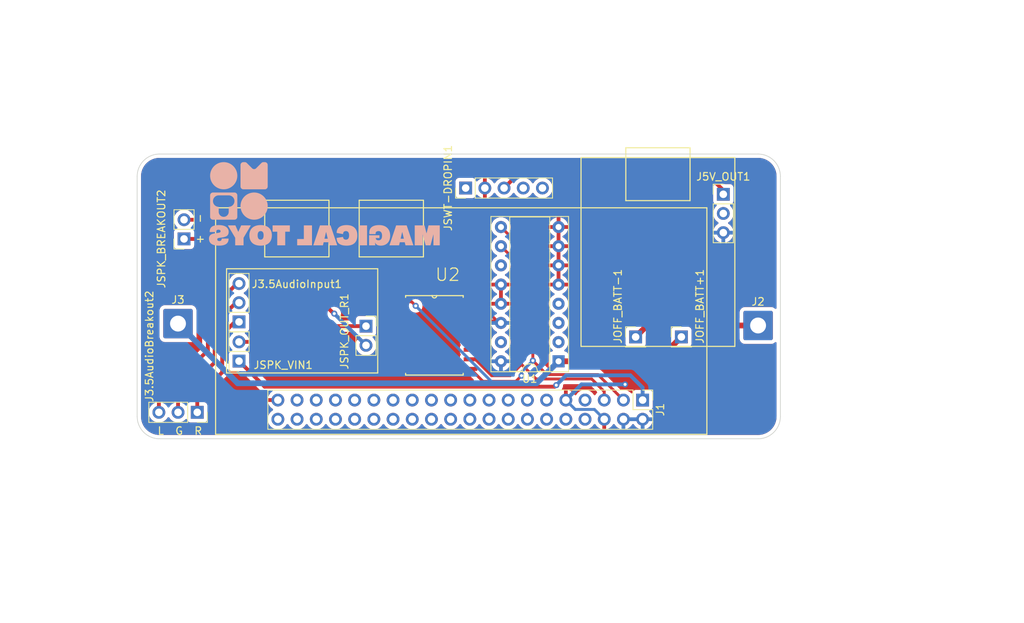
<source format=kicad_pcb>
(kicad_pcb (version 20221018) (generator pcbnew)
  (layers (0 "F.Cu" signal) (31 "B.Cu" signal) (34 "B.Paste" user) (35 "F.Paste" user) (36 "B.SilkS" user "B.Silkscreen") (37 "F.SilkS" user "F.Silkscreen") (38 "B.Mask" user) (39 "F.Mask" user) (44 "Edge.Cuts" user))
  (net 0 "")
  (net 1 "+3.3V")
  (net 2 "+5V")
  (net 3 "/ADC-SDA")
  (net 4 "/ADC-SCL")
  (net 5 "GND")
  (net 38 "/AudioR")
  (net 39 "/AudioG")
  (net 40 "/AudioL")
  (net 41 "/VBAT+")
  (net 42 "/VBAT-")
  (net 43 "/SPK+_V1")
  (net 44 "/SPK-_V2")
  (net 50 "Net-(J5V_OUT1-Pin_1)")
  (footprint "Connector_PinHeader_2.54mm:PinHeader_2x20_P2.54mm_Vertical" (layer "F.Cu") (at 177.525 111.475 -90)
    (fp_text reference "J1")
    (fp_text value "Conn_02x20_Odd_Even")
  )
  (footprint "footprints:SOIC127P1032X265-16N" (layer "F.Cu") (at 149.9752 102.905)
    (fp_text reference "U2")
    (fp_text value "PCF8591")
  )
  (footprint "Connector_PinHeader_2.54mm:PinHeader_1x03_P2.54mm_Vertical" (layer "F.Cu") (at 188.2 84.225)
    (fp_text reference "J5V_OUT1")
    (fp_text value "Conn_01x03_Pin")
  )
  (footprint "Connector_PinSocket_2.54mm:PinSocket_1x03_P2.54mm_Vertical" (layer "F.Cu") (at 118.6 113.1 -90)
    (fp_text reference "J3.5AudioBreakout2")
    (fp_text value "Conn_01x03_Pin")
  )
  (footprint "Connector_PinSocket_2.54mm:PinSocket_1x03_P2.54mm_Vertical" (layer "F.Cu") (at 124.125 101.125 180)
    (fp_text reference "J3.5AudioInput1")
    (fp_text value "Conn_01x03_Pin")
  )
  (footprint "Connector_PinSocket_2.54mm:PinSocket_1x02_P2.54mm_Vertical" (layer "F.Cu") (at 124.124997 106.311999 180)
    (fp_text reference "JSPK_VIN1")
    (fp_text value "Conn_01x02_Pin")
  )
  (footprint "Connector_PinSocket_2.54mm:PinSocket_1x02_P2.54mm_Vertical" (layer "F.Cu") (at 116.85 90.137998 180)
    (fp_text reference "JSPK_BREAKOUT2")
    (fp_text value "Conn_01x02_Pin")
  )
  (footprint "Connector_PinHeader_2.54mm:PinHeader_1x01_P2.54mm_Vertical" (layer "F.Cu") (at 176.6 103.115)
    (fp_text reference "JOFF_BATT-1")
    (fp_text value "Conn_01x01_Pin")
  )
  (footprint "Connector_Wire:SolderWire-1.5sqmm_1x01_D1.7mm_OD3.9mm" (layer "F.Cu") (at 192.8 101.6)
    (fp_text reference "J2")
    (fp_text value "Conn_01x01_Pin")
  )
  (footprint "Connector_PinSocket_2.54mm:PinSocket_1x02_P2.54mm_Vertical" (layer "F.Cu") (at 140.925 101.685)
    (fp_text reference "JSPK_OUT_R1")
    (fp_text value "Conn_01x02_Pin")
  )
  (footprint "Connector_PinHeader_2.54mm:PinHeader_1x01_P2.54mm_Vertical" (layer "F.Cu") (at 182.65 103.115)
    (fp_text reference "JOFF_BATT+1")
    (fp_text value "Conn_01x01_Pin")
  )
  (footprint "Package_DIP:DIP-16_W7.62mm_Socket" (layer "F.Cu") (at 166.4 106.34 180)
    (fp_text reference "U1")
    (fp_text value "PCF8591")
  )
  (footprint "Connector_PinHeader_2.54mm:PinHeader_1x05_P2.54mm_Vertical" (layer "F.Cu") (at 154.11 83.4 90)
    (fp_text reference "JSWT-DROPIN1")
    (fp_text value "Conn_01x05_Pin")
  )
  (footprint "Connector_Wire:SolderWire-1.5sqmm_1x01_D1.7mm_OD3.9mm" (layer "F.Cu") (at 116.05 101.35)
    (fp_text reference "J3")
    (fp_text value "Conn_01x01_Pin")
  )
  (gr_poly (pts (xy 120.659086 83.991203) (xy 120.639851 83.992666) (xy 120.620895 83.995075) (xy 120.602243 83.998406) (xy 120.583918 84.002635) (xy 120.565944 84.007739) (xy 120.548344 84.013694) (xy 120.531144 84.020476) (xy 120.514365 84.028061) (xy 120.498033 84.036425) (xy 120.482171 84.045546) (xy 120.466803 84.055398) (xy 120.451952 84.065958) (xy 120.437643 84.077202) (xy 120.423899 84.089107) (xy 120.410744 84.101649) (xy 120.398202 84.114804) (xy 120.386297 84.128547) (xy 120.375052 84.142856) (xy 120.364491 84.157707) (xy 120.354639 84.173075) (xy 120.345518 84.188937) (xy 120.337153 84.205269) (xy 120.329567 84.222048) (xy 120.322785 84.239249) (xy 120.31683 84.256848) (xy 120.311726 84.274823) (xy 120.307496 84.293149) (xy 120.304165 84.311802) (xy 120.301756 84.330759) (xy 120.300293 84.349996) (xy 120.2998 84.369488) (xy 120.2998 87.210335) (xy 120.300293 87.229827) (xy 120.301756 87.249064) (xy 120.304165 87.268021) (xy 120.307496 87.286674) (xy 120.311726 87.305) (xy 120.31683 87.322975) (xy 120.322785 87.340574) (xy 120.329567 87.357775) (xy 120.337153 87.374554) (xy 120.345518 87.390886) (xy 120.354639 87.406748) (xy 120.364491 87.422116) (xy 120.375052 87.436967) (xy 120.386297 87.451276) (xy 120.398202 87.465019) (xy 120.410744 87.478174) (xy 120.423899 87.490716) (xy 120.437643 87.502621) (xy 120.451952 87.513865) (xy 120.466803 87.524425) (xy 120.482171 87.534277) (xy 120.498033 87.543398) (xy 120.514365 87.551762) (xy 120.531144 87.559347) (xy 120.548344 87.566129) (xy 120.565944 87.572084) (xy 120.583918 87.577188) (xy 120.602243 87.581417) (xy 120.620895 87.584748) (xy 120.639851 87.587157) (xy 120.659086 87.588619) (xy 120.678577 87.589112) (xy 123.51944 87.589112) (xy 123.538931 87.588619) (xy 123.558167 87.587157) (xy 123.577123 87.584748) (xy 123.595775 87.581417) (xy 123.6141 87.577188) (xy 123.632074 87.572084) (xy 123.649673 87.566129) (xy 123.666874 87.559347) (xy 123.683652 87.551762) (xy 123.699985 87.543398) (xy 123.715847 87.534277) (xy 123.731215 87.524425) (xy 123.746065 87.513865) (xy 123.760375 87.502621) (xy 123.774118 87.490716) (xy 123.787273 87.478174) (xy 123.799815 87.465019) (xy 123.811721 87.451276) (xy 123.822966 87.436967) (xy 123.833526 87.422116) (xy 123.843379 87.406748) (xy 123.8525 87.390886) (xy 123.860865 87.374554) (xy 123.86845 87.357775) (xy 123.875233 87.340574) (xy 123.881188 87.322975) (xy 123.886292 87.305) (xy 123.890522 87.286674) (xy 123.893853 87.268021) (xy 123.896262 87.249064) (xy 123.897725 87.229827) (xy 123.898218 87.210335) (xy 123.898218 85.127043) (xy 123.51944 85.127043) (xy 123.518455 85.166027) (xy 123.515529 85.204499) (xy 123.510712 85.242411) (xy 123.504049 85.279717) (xy 123.49559 85.316368) (xy 123.485382 85.352317) (xy 123.473472 85.387516) (xy 123.459908 85.421917) (xy 123.444737 85.455474) (xy 123.428007 85.488139) (xy 123.409766 85.519863) (xy 123.390061 85.550599) (xy 123.36894 85.5803) (xy 123.34645 85.608918) (xy 123.322639 85.636406) (xy 123.297555 85.662715) (xy 123.271246 85.687799) (xy 123.243758 85.711609) (xy 123.215139 85.734099) (xy 123.185437 85.75522) (xy 123.1547 85.774924) (xy 123.122976 85.793165) (xy 123.090311 85.809895) (xy 123.056753 85.825066) (xy 123.02235 85.83863) (xy 122.98715 85.85054) (xy 122.9512 85.860748) (xy 122.914548 85.869208) (xy 122.877242 85.87587) (xy 122.839328 85.880687) (xy 122.800855 85.883613) (xy 122.761869 85.884598) (xy 122.761869 86.547475) (xy 122.761007 86.581586) (xy 122.758447 86.615249) (xy 122.754232 86.648423) (xy 122.748403 86.681066) (xy 122.741001 86.713135) (xy 122.732069 86.744591) (xy 122.721648 86.77539) (xy 122.709779 86.805492) (xy 122.696505 86.834854) (xy 122.681867 86.863435) (xy 122.665906 86.891194) (xy 122.648665 86.918088) (xy 122.630184 86.944077) (xy 122.610506 86.969117) (xy 122.589672 86.993169) (xy 122.567724 87.016189) (xy 122.544704 87.038138) (xy 122.520652 87.058971) (xy 122.495611 87.078649) (xy 122.469623 87.09713) (xy 122.442729 87.114371) (xy 122.41497 87.130332) (xy 122.386389 87.14497) (xy 122.357027 87.158245) (xy 122.326925 87.170113) (xy 122.296125 87.180534) (xy 122.26467 87.189466) (xy 122.2326 87.196868) (xy 122.199957 87.202697) (xy 122.166783 87.206912) (xy 122.13312 87.209472) (xy 122.099009 87.210335) (xy 122.064898 87.209472) (xy 122.031234 87.206912) (xy 121.99806 87.202697) (xy 121.965418 87.196868) (xy 121.933348 87.189466) (xy 121.901892 87.180534) (xy 121.871093 87.170113) (xy 121.840991 87.158245) (xy 121.811629 87.14497) (xy 121.783048 87.130332) (xy 121.755289 87.114371) (xy 121.728395 87.09713) (xy 121.702407 87.078649) (xy 121.677366 87.058971) (xy 121.653314 87.038138) (xy 121.630294 87.016189) (xy 121.608346 86.993169) (xy 121.587512 86.969117) (xy 121.567834 86.944077) (xy 121.549353 86.918088) (xy 121.532112 86.891194) (xy 121.516151 86.863435) (xy 121.501513 86.834854) (xy 121.488239 86.805492) (xy 121.47637 86.77539) (xy 121.465949 86.744591) (xy 121.457017 86.713135) (xy 121.449615 86.681066) (xy 121.443786 86.648423) (xy 121.439571 86.615249) (xy 121.437011 86.581586) (xy 121.436149 86.547475) (xy 121.436149 85.884598) (xy 121.397164 85.883613) (xy 121.35869 85.880687) (xy 121.320777 85.87587) (xy 121.28347 85.869208) (xy 121.246818 85.860748) (xy 121.210868 85.85054) (xy 121.175668 85.83863) (xy 121.141265 85.825066) (xy 121.107707 85.809895) (xy 121.075042 85.793165) (xy 121.043317 85.774924) (xy 121.01258 85.75522) (xy 120.982879 85.734099) (xy 120.95426 85.711609) (xy 120.926772 85.687799) (xy 120.900462 85.662715) (xy 120.875378 85.636406) (xy 120.851568 85.608918) (xy 120.829078 85.5803) (xy 120.807957 85.550599) (xy 120.788252 85.519863) (xy 120.770011 85.488139) (xy 120.753281 85.455474) (xy 120.73811 85.421917) (xy 120.724546 85.387516) (xy 120.712636 85.352317) (xy 120.702427 85.316368) (xy 120.693968 85.279717) (xy 120.687306 85.242411) (xy 120.682488 85.204499) (xy 120.679563 85.166027) (xy 120.678577 85.127043) (xy 120.679563 85.088059) (xy 120.682488 85.049588) (xy 120.687306 85.011675) (xy 120.693968 84.974369) (xy 120.702427 84.937718) (xy 120.712636 84.90177) (xy 120.724546 84.86657) (xy 120.73811 84.832169) (xy 120.753281 84.798612) (xy 120.770011 84.765948) (xy 120.788252 84.734224) (xy 120.807957 84.703487) (xy 120.829078 84.673786) (xy 120.851568 84.645168) (xy 120.875378 84.61768) (xy 120.900462 84.591371) (xy 120.926772 84.566287) (xy 120.95426 84.542477) (xy 120.982879 84.519988) (xy 121.01258 84.498867) (xy 121.043317 84.479162) (xy 121.075042 84.460921) (xy 121.107707 84.444191) (xy 121.141265 84.429021) (xy 121.175668 84.415456) (xy 121.210868 84.403546) (xy 121.246818 84.393338) (xy 121.28347 84.384879) (xy 121.320777 84.378217) (xy 121.35869 84.373399) (xy 121.397164 84.370474) (xy 121.436149 84.369488) (xy 122.761869 84.369488) (xy 122.800855 84.370474) (xy 122.839328 84.373399) (xy 122.877242 84.378217) (xy 122.914548 84.384879) (xy 122.9512 84.393338) (xy 122.98715 84.403546) (xy 123.02235 84.415456) (xy 123.056753 84.429021) (xy 123.090311 84.444191) (xy 123.122976 84.460921) (xy 123.1547 84.479162) (xy 123.185437 84.498867) (xy 123.215139 84.519988) (xy 123.243758 84.542477) (xy 123.271246 84.566287) (xy 123.297555 84.591371) (xy 123.322639 84.61768) (xy 123.34645 84.645168) (xy 123.36894 84.673786) (xy 123.390061 84.703487) (xy 123.409766 84.734224) (xy 123.428007 84.765948) (xy 123.444737 84.798612) (xy 123.459908 84.832169) (xy 123.473472 84.86657) (xy 123.485382 84.90177) (xy 123.49559 84.937718) (xy 123.504049 84.974369) (xy 123.510712 85.011675) (xy 123.515529 85.049588) (xy 123.518455 85.088059) (xy 123.51944 85.127043) (xy 123.898218 85.127043) (xy 123.898218 84.369488) (xy 123.897725 84.349996) (xy 123.896262 84.330759) (xy 123.893853 84.311802) (xy 123.890522 84.293149) (xy 123.886292 84.274823) (xy 123.881188 84.256848) (xy 123.875233 84.239249) (xy 123.86845 84.222048) (xy 123.860865 84.205269) (xy 123.8525 84.188937) (xy 123.843379 84.173075) (xy 123.833526 84.157707) (xy 123.822966 84.142856) (xy 123.811721 84.128547) (xy 123.799815 84.114804) (xy 123.787273 84.101649) (xy 123.774118 84.089107) (xy 123.760375 84.077202) (xy 123.746065 84.065958) (xy 123.731215 84.055398) (xy 123.715847 84.045546) (xy 123.699985 84.036425) (xy 123.683652 84.028061) (xy 123.666874 84.020476) (xy 123.649673 84.013694) (xy 123.632074 84.007739) (xy 123.6141 84.002635) (xy 123.595775 83.998406) (xy 123.577123 83.995075) (xy 123.558167 83.992666) (xy 123.538931 83.991203) (xy 123.51944 83.99071) (xy 120.678577 83.99071)) (fill solid) (layer "B.SilkS"))
  (gr_poly (pts (xy 132.700534 90.150554) (xy 131.817486 90.150554) (xy 131.817486 90.985437) (xy 133.780192 90.985437) (xy 133.780192 88.344334) (xy 132.700534 88.344334)) (fill solid) (layer "B.SilkS"))
  (gr_poly (pts (xy 124.030482 89.195292) (xy 124.022464 89.195292) (xy 123.645196 88.344334) (xy 122.645705 88.344334) (xy 123.617096 89.986034) (xy 123.617096 90.985508) (xy 124.724934 90.985508) (xy 124.724934 89.986034) (xy 125.692278 88.344334) (xy 124.411799 88.344334)) (fill solid) (layer "B.SilkS"))
  (gr_poly (pts (xy 128.566604 89.179211) (xy 129.180728 89.179211) (xy 129.180728 90.985437) (xy 130.236336 90.985437) (xy 130.236336 89.179211) (xy 130.85046 89.179211) (xy 130.85046 88.344334) (xy 128.566604 88.344334)) (fill solid) (layer "B.SilkS"))
  (gr_poly (pts (xy 148.936586 89.4) (xy 148.928561 89.4) (xy 148.663639 88.344334) (xy 147.371152 88.344334) (xy 147.371152 90.985508) (xy 148.426816 90.985508) (xy 148.414774 89.540486) (xy 148.422807 89.540486) (xy 148.816174 90.985508) (xy 149.458397 90.985508) (xy 149.847755 89.540486) (xy 149.85578 89.540486) (xy 149.843739 90.985508) (xy 150.686668 90.985508) (xy 150.686668 88.344334) (xy 149.197491 88.344334)) (fill solid) (layer "B.SilkS"))
  (gr_poly (pts (xy 142.50105 88.308839) (xy 142.34512 88.322707) (xy 142.271904 88.332978) (xy 142.201809 88.345419) (xy 142.134799 88.359988) (xy 142.07084 88.376645) (xy 142.009897 88.395347) (xy 141.951937 88.416055) (xy 141.896923 88.438727) (xy 141.844823 88.463321) (xy 141.7956 88.489797) (xy 141.749222 88.518113) (xy 141.705652 88.548228) (xy 141.664858 88.580102) (xy 141.626803 88.613692) (xy 141.591454 88.648959) (xy 141.558775 88.685859) (xy 141.528734 88.724353) (xy 141.501294 88.7644) (xy 141.476421 88.805958) (xy 141.454081 88.848985) (xy 141.43424 88.893441) (xy 141.416862 88.939285) (xy 141.401913 88.986476) (xy 141.379165 89.084732) (xy 141.365718 89.18788) (xy 141.361298 89.29559) (xy 141.361479 89.319367) (xy 141.361992 89.345073) (xy 141.363818 89.399448) (xy 141.366388 89.453071) (xy 141.369315 89.500299) (xy 142.196164 89.500299) (xy 142.196164 89.403961) (xy 142.196643 89.385429) (xy 142.198069 89.367462) (xy 142.200422 89.350063) (xy 142.203685 89.333233) (xy 142.207838 89.316973) (xy 142.212864 89.301285) (xy 142.218745 89.28617) (xy 142.225461 89.27163) (xy 142.232995 89.257666) (xy 142.241327 89.244279) (xy 142.25044 89.231472) (xy 142.260316 89.219245) (xy 142.270935 89.207601) (xy 142.282279 89.19654) (xy 142.294331 89.186064) (xy 142.307071 89.176175) (xy 142.320481 89.166873) (xy 142.334543 89.158161) (xy 142.349239 89.15004) (xy 142.364549 89.142511) (xy 142.380456 89.135576) (xy 142.396941 89.129237) (xy 142.413987 89.123494) (xy 142.431573 89.118349) (xy 142.449682 89.113805) (xy 142.468296 89.109861) (xy 142.487397 89.10652) (xy 142.506964 89.103783) (xy 142.526982 89.101652) (xy 142.54743 89.100128) (xy 142.568291 89.099213) (xy 142.589546 89.098907) (xy 142.61312 89.099438) (xy 142.636405 89.101039) (xy 142.659371 89.103723) (xy 142.681988 89.107499) (xy 142.704226 89.112381) (xy 142.726054 89.118381) (xy 142.747443 89.125509) (xy 142.768362 89.133778) (xy 142.788782 89.143199) (xy 142.808671 89.153785) (xy 142.828 89.165546) (xy 142.846739 89.178495) (xy 142.864858 89.192644) (xy 142.882326 89.208004) (xy 142.899114 89.224587) (xy 142.91519 89.242404) (xy 142.930526 89.261468) (xy 142.945091 89.281791) (xy 142.958855 89.303383) (xy 142.971788 89.326257) (xy 142.983859 89.350425) (xy 142.995038 89.375898) (xy 143.005296 89.402688) (xy 143.014602 89.430807) (xy 143.022926 89.460266) (xy 143.030238 89.491078) (xy 143.036508 89.523254) (xy 143.041705 89.556806) (xy 143.0458 89.591745) (xy 143.048762 89.628084) (xy 143.050561 89.665834) (xy 143.051168 89.705007) (xy 143.048936 89.784667) (xy 143.042348 89.858165) (xy 143.037469 89.892648) (xy 143.031561 89.925643) (xy 143.024643 89.957168) (xy 143.016735 89.98724) (xy 143.007856 90.015878) (xy 142.998028 90.043099) (xy 142.987269 90.068921) (xy 142.975599 90.09336) (xy 142.963038 90.116436) (xy 142.949607 90.138165) (xy 142.935324 90.158565) (xy 142.92021 90.177654) (xy 142.904285 90.195449) (xy 142.887568 90.211969) (xy 142.870079 90.22723) (xy 142.851839 90.24125) (xy 142.832866 90.254048) (xy 142.813181 90.26564) (xy 142.792804 90.276045) (xy 142.771755 90.285279) (xy 142.750052 90.293361) (xy 142.727717 90.300308) (xy 142.681228 90.310868) (xy 142.632446 90.317101) (xy 142.58153 90.319147) (xy 142.539729 90.317888) (xy 142.500155 90.314161) (xy 142.462873 90.308034) (xy 142.427947 90.299578) (xy 142.395442 90.288865) (xy 142.380118 90.282684) (xy 142.365423 90.275965) (xy 142.351366 90.268716) (xy 142.337955 90.260948) (xy 142.325199 90.252667) (xy 142.313104 90.243884) (xy 142.301679 90.234607) (xy 142.290933 90.224845) (xy 142.280873 90.214607) (xy 142.271507 90.203902) (xy 142.262844 90.192737) (xy 142.254892 90.181123) (xy 142.247659 90.169068) (xy 142.241153 90.156581) (xy 142.235381 90.14367) (xy 142.230353 90.130345) (xy 142.226077 90.116614) (xy 142.222559 90.102487) (xy 142.21981 90.087971) (xy 142.217835 90.073076) (xy 142.216645 90.057811) (xy 142.216246 90.042184) (xy 142.216246 90.02211) (xy 142.70599 90.02211) (xy 142.70599 89.648817) (xy 141.333199 89.648817) (xy 141.333199 90.98546) (xy 142.152032 90.98546) (xy 142.144015 90.851495) (xy 142.141071 90.796248) (xy 142.138503 90.736532) (xy 142.136687 90.674463) (xy 142.135998 90.61216) (xy 142.144015 90.61216) (xy 142.15166 90.635948) (xy 142.160293 90.659138) (xy 142.169913 90.68172) (xy 142.180522 90.703682) (xy 142.192118 90.725016) (xy 142.204703 90.74571) (xy 142.218275 90.765754) (xy 142.232834 90.785138) (xy 142.248382 90.803852) (xy 142.264917 90.821885) (xy 142.28244 90.839228) (xy 142.300951 90.855869) (xy 142.320449 90.871799) (xy 142.340935 90.887007) (xy 142.362409 90.901483) (xy 142.38487 90.915216) (xy 142.408319 90.928197) (xy 142.432756 90.940415) (xy 142.45818 90.95186) (xy 142.484592 90.962522) (xy 142.511992 90.972389) (xy 142.540379 90.981453) (xy 142.569754 90.989702) (xy 142.600116 90.997126) (xy 142.631466 91.003716) (xy 142.663804 91.00946) (xy 142.697129 91.014349) (xy 142.731441 91.018372) (xy 142.766742 91.021519) (xy 142.803029 91.02378) (xy 142.840304 91.025143) (xy 142.878567 91.0256) (xy 142.949235 91.024124) (xy 143.018221 91.01972) (xy 143.085486 91.01242) (xy 143.150996 91.002261) (xy 143.214712 90.989277) (xy 143.276597 90.973502) (xy 143.336617 90.954971) (xy 143.394732 90.933718) (xy 143.450907 90.909778) (xy 143.505106 90.883186) (xy 143.55729 90.853975) (xy 143.607424 90.822181) (xy 143.655471 90.787839) (xy 143.701393 90.750981) (xy 143.745155 90.711645) (xy 143.786719 90.669862) (xy 143.826049 90.625669) (xy 143.863108 90.5791) (xy 143.897859 90.53019) (xy 143.930265 90.478972) (xy 143.96029 90.425482) (xy 143.987898 90.369753) (xy 144.01305 90.311822) (xy 144.03571 90.251721) (xy 144.055843 90.189486) (xy 144.07341 90.125151) (xy 144.088376 90.058751) (xy 144.100702 89.990321) (xy 144.110354 89.919894) (xy 144.117294 89.847505) (xy 144.121484 89.77319) (xy 144.122889 89.696982) (xy 144.121296 89.617411) (xy 144.116537 89.539783) (xy 144.108647 89.464137) (xy 144.097661 89.390511) (xy 144.083611 89.318942) (xy 144.066531 89.24947) (xy 144.046456 89.182132) (xy 144.023418 89.116967) (xy 143.997453 89.054012) (xy 143.968593 88.993307) (xy 143.936873 88.934888) (xy 143.902326 88.878796) (xy 143.864987 88.825066) (xy 143.824888 88.773739) (xy 143.782064 88.724852) (xy 143.736549 88.678443) (xy 143.688376 88.634551) (xy 143.63758 88.593214) (xy 143.584193 88.554469) (xy 143.528251 88.518356) (xy 143.469786 88.484912) (xy 143.408833 88.454176) (xy 143.345425 88.426186) (xy 143.279596 88.400979) (xy 143.21138 88.378595) (xy 143.140811 88.359072) (xy 143.067923 88.342447) (xy 142.992749 88.32876) (xy 142.915323 88.318047) (xy 142.83568 88.310348) (xy 142.753852 88.305701) (xy 142.669874 88.304143)) (fill solid) (layer "B.SilkS"))
  (gr_poly (pts (xy 121.297227 88.308337) (xy 121.139797 88.320763) (xy 121.066814 88.329989) (xy 120.997546 88.341185) (xy 120.931914 88.354321) (xy 120.869836 88.369368) (xy 120.811233 88.386296) (xy 120.756025 88.405077) (xy 120.704131 88.42568) (xy 120.655472 88.448076) (xy 120.609967 88.472237) (xy 120.567536 88.498131) (xy 120.5281 88.525731) (xy 120.491578 88.555007) (xy 120.45789 88.585929) (xy 120.426955 88.618468) (xy 120.398695 88.652594) (xy 120.373028 88.688278) (xy 120.349875 88.725491) (xy 120.329155 88.764203) (xy 120.310789 88.804386) (xy 120.294696 88.846008) (xy 120.26901 88.933458) (xy 120.251456 89.026316) (xy 120.241394 89.124349) (xy 120.238182 89.22732) (xy 121.097178 89.22732) (xy 121.097495 89.207705) (xy 121.098443 89.188747) (xy 121.100018 89.170443) (xy 121.102218 89.152791) (xy 121.105037 89.135789) (xy 121.108473 89.119433) (xy 121.112522 89.103724) (xy 121.117181 89.088657) (xy 121.122444 89.074231) (xy 121.12831 89.060444) (xy 121.134774 89.047293) (xy 121.141832 89.034777) (xy 121.149482 89.022892) (xy 121.157718 89.011638) (xy 121.166538 89.001011) (xy 121.175938 88.991009) (xy 121.185915 88.981631) (xy 121.196464 88.972874) (xy 121.207581 88.964735) (xy 121.219264 88.957213) (xy 121.231509 88.950306) (xy 121.244312 88.944011) (xy 121.257669 88.938325) (xy 121.271576 88.933248) (xy 121.28603 88.928776) (xy 121.301028 88.924908) (xy 121.316565 88.921641) (xy 121.332639 88.918972) (xy 121.349244 88.916901) (xy 121.366378 88.915424) (xy 121.402218 88.914245) (xy 121.435799 88.915263) (xy 121.467299 88.918251) (xy 121.496707 88.923109) (xy 121.524011 88.929736) (xy 121.549198 88.938033) (xy 121.572258 88.9479) (xy 121.582986 88.953391) (xy 121.593178 88.959237) (xy 121.602831 88.965426) (xy 121.611946 88.971944) (xy 121.620519 88.97878) (xy 121.62855 88.985921) (xy 121.636037 88.993354) (xy 121.642979 89.001068) (xy 121.649374 89.009049) (xy 121.655221 89.017285) (xy 121.660518 89.025764) (xy 121.665263 89.034472) (xy 121.669456 89.043399) (xy 121.673095 89.05253) (xy 121.676178 89.061854) (xy 121.678704 89.071358) (xy 121.680671 89.081029) (xy 121.682077 89.090856) (xy 121.682923 89.100825) (xy 121.683205 89.110924) (xy 121.682784 89.126355) (xy 121.681535 89.141051) (xy 121.679475 89.15503) (xy 121.67662 89.168309) (xy 121.67299 89.180906) (xy 121.668601 89.192838) (xy 121.66347 89.204124) (xy 121.657616 89.214781) (xy 121.651056 89.224826) (xy 121.643808 89.234277) (xy 121.635889 89.243152) (xy 121.627316 89.251469) (xy 121.618108 89.259244) (xy 121.608281 89.266496) (xy 121.597854 89.273243) (xy 121.586843 89.279501) (xy 121.571242 89.285477) (xy 121.553114 89.291371) (xy 121.532565 89.297194) (xy 121.5097 89.302959) (xy 121.457446 89.314357) (xy 121.397196 89.325662) (xy 121.329795 89.336966) (xy 121.256087 89.348365) (xy 121.093131 89.371822) (xy 120.991141 89.385808) (xy 120.895729 89.400922) (xy 120.806707 89.417543) (xy 120.723888 89.436044) (xy 120.647086 89.456804) (xy 120.610882 89.468148) (xy 120.576113 89.480197) (xy 120.542754 89.492999) (xy 120.510782 89.506601) (xy 120.480174 89.521049) (xy 120.450907 89.53639) (xy 120.433095 89.547139) (xy 120.41578 89.558312) (xy 120.398969 89.569914) (xy 120.382664 89.581946) (xy 120.366872 89.594409) (xy 120.351595 89.607307) (xy 120.336838 89.620642) (xy 120.322606 89.634415) (xy 120.308904 89.64863) (xy 120.295735 89.663287) (xy 120.283104 89.67839) (xy 120.271015 89.69394) (xy 120.259473 89.709941) (xy 120.248482 89.726393) (xy 120.238047 89.7433) (xy 120.228172 89.760662) (xy 120.218861 89.778484) (xy 120.210119 89.796766) (xy 120.20195 89.815512) (xy 120.194359 89.834722) (xy 120.187349 89.8544) (xy 120.180926 89.874548) (xy 120.175094 89.895168) (xy 120.169857 89.916261) (xy 120.16522 89.937831) (xy 120.161187 89.95988) (xy 120.157762 89.982409) (xy 120.15495 90.005421) (xy 120.152755 90.028918) (xy 120.151182 90.052902) (xy 120.150235 90.077376) (xy 120.149918 90.102342) (xy 120.153153 90.193408) (xy 120.157342 90.238274) (xy 120.163377 90.282604) (xy 120.171355 90.326328) (xy 120.181374 90.369377) (xy 120.193531 90.411683) (xy 120.207925 90.453176) (xy 120.224653 90.493787) (xy 120.243813 90.533446) (xy 120.265503 90.572086) (xy 120.28982 90.609637) (xy 120.316862 90.646029) (xy 120.346728 90.681193) (xy 120.379514 90.715062) (xy 120.415318 90.747564) (xy 120.454239 90.778633) (xy 120.496374 90.808197) (xy 120.541821 90.836189) (xy 120.590678 90.862538) (xy 120.643042 90.887177) (xy 120.699011 90.910036) (xy 120.758683 90.931045) (xy 120.822156 90.950137) (xy 120.889528 90.967241) (xy 120.960895 90.982288) (xy 121.036357 90.99521) (xy 121.11601 91.005938) (xy 121.199953 91.014402) (xy 121.288284 91.020533) (xy 121.381099 91.024262) (xy 121.478497 91.025521) (xy 121.576428 91.024148) (xy 121.669355 91.020089) (xy 121.757403 91.013433) (xy 121.840696 91.004268) (xy 121.919359 90.992684) (xy 121.993515 90.978769) (xy 122.063289 90.962613) (xy 122.128806 90.944304) (xy 122.190188 90.923931) (xy 122.247561 90.901583) (xy 122.301049 90.87735) (xy 122.350776 90.85132) (xy 122.396866 90.823581) (xy 122.439444 90.794224) (xy 122.478633 90.763336) (xy 122.514558 90.731007) (xy 122.547344 90.697326) (xy 122.577114 90.662381) (xy 122.603992 90.626262) (xy 122.628104 90.589057) (xy 122.649572 90.550856) (xy 122.668522 90.511747) (xy 122.699363 90.431162) (xy 122.721621 90.348013) (xy 122.736289 90.263013) (xy 122.74436 90.176871) (xy 122.74683 90.090301) (xy 121.831715 90.090301) (xy 121.830715 90.127025) (xy 121.827669 90.161891) (xy 121.822507 90.194829) (xy 121.819109 90.210553) (xy 121.815157 90.225768) (xy 121.810639 90.240465) (xy 121.805548 90.254637) (xy 121.799876 90.268273) (xy 121.793612 90.281365) (xy 121.786748 90.293905) (xy 121.779276 90.305883) (xy 121.771186 90.317291) (xy 121.76247 90.32812) (xy 121.75312 90.338361) (xy 121.743125 90.348005) (xy 121.732477 90.357043) (xy 121.721168 90.365467) (xy 121.709188 90.373268) (xy 121.69653 90.380437) (xy 121.683183 90.386965) (xy 121.669139 90.392843) (xy 121.65439 90.398063) (xy 121.638926 90.402615) (xy 121.622739 90.406491) (xy 121.60582 90.409682) (xy 121.58816 90.41218) (xy 121.56975 90.413974) (xy 121.550582 90.415058) (xy 121.530646 90.415421) (xy 121.510407 90.415118) (xy 121.491068 90.414222) (xy 121.472613 90.412752) (xy 121.455024 90.410725) (xy 121.438285 90.40816) (xy 121.422378 90.405075) (xy 121.407288 90.40149) (xy 121.392996 90.397421) (xy 121.379486 90.392888) (xy 121.366741 90.387908) (xy 121.354744 90.382501) (xy 121.343478 90.376685) (xy 121.332927 90.370478) (xy 121.323073 90.363898) (xy 121.313899 90.356963) (xy 121.305389 90.349693) (xy 121.297526 90.342106) (xy 121.290293 90.334219) (xy 121.283673 90.326051) (xy 121.277648 90.317622) (xy 121.272203 90.308948) (xy 121.26732 90.300048) (xy 121.259173 90.281646) (xy 121.253071 90.262562) (xy 121.24888 90.242943) (xy 121.246465 90.222936) (xy 121.24569 90.202688) (xy 121.24612 90.186417) (xy 121.247438 90.170734) (xy 121.249684 90.155662) (xy 121.252901 90.141226) (xy 121.257128 90.127448) (xy 121.259634 90.120813) (xy 121.262408 90.114352) (xy 121.265455 90.108067) (xy 121.268781 90.101961) (xy 121.272391 90.096038) (xy 121.276289 90.0903) (xy 121.280481 90.08475) (xy 121.284972 90.079391) (xy 121.289768 90.074226) (xy 121.294873 90.069258) (xy 121.300292 90.06449) (xy 121.306031 90.059925) (xy 121.312095 90.055566) (xy 121.318488 90.051416) (xy 121.325217 90.047477) (xy 121.332286 90.043752) (xy 121.339701 90.040246) (xy 121.347466 90.03696) (xy 121.355586 90.033897) (xy 121.364068 90.03106) (xy 121.372915 90.028453) (xy 121.382134 90.026078) (xy 121.399891 90.020857) (xy 121.419917 90.01573) (xy 121.466069 90.005757) (xy 121.519178 89.996162) (xy 121.577834 89.986943) (xy 121.640628 89.9781) (xy 121.706149 89.969634) (xy 121.839732 89.953831) (xy 121.916703 89.941946) (xy 121.998656 89.927238) (xy 122.083429 89.90952) (xy 122.16886 89.888603) (xy 122.211148 89.876886) (xy 122.252789 89.8643) (xy 122.293514 89.850819) (xy 122.333052 89.836422) (xy 122.371134 89.821083) (xy 122.40749 89.804781) (xy 122.441848 89.787491) (xy 122.473939 89.769189) (xy 122.489927 89.759159) (xy 122.505531 89.748635) (xy 122.520742 89.737617) (xy 122.535553 89.726105) (xy 122.549955 89.714099) (xy 122.563941 89.701599) (xy 122.577502 89.688606) (xy 122.59063 89.675118) (xy 122.603317 89.661136) (xy 122.615555 89.646661) (xy 122.627336 89.631691) (xy 122.638652 89.616228) (xy 122.649495 89.600271) (xy 122.659856 89.58382) (xy 122.669728 89.566875) (xy 122.679102 89.549436) (xy 122.687971 89.531503) (xy 122.696327 89.513076) (xy 122.70416 89.494155) (xy 122.711464 89.47474) (xy 122.71823 89.454832) (xy 122.72445 89.434429) (xy 122.730116 89.413533) (xy 122.73522 89.392142) (xy 122.739754 89.370258) (xy 122.743709 89.34788) (xy 122.747078 89.325007) (xy 122.749853 89.301641) (xy 122.752025 89.277781) (xy 122.753587 89.253427) (xy 122.754529 89.228579) (xy 122.754845 89.203238) (xy 122.753531 89.153337) (xy 122.749594 89.104505) (xy 122.743046 89.056776) (xy 122.7339 89.010183) (xy 122.722168 88.96476) (xy 122.70786 88.92054) (xy 122.690989 88.877559) (xy 122.671567 88.835849) (xy 122.649604 88.795444) (xy 122.625113 88.756378) (xy 122.598107 88.718685) (xy 122.568595 88.682399) (xy 122.536591 88.647553) (xy 122.502105 88.614181) (xy 122.46515 88.582318) (xy 122.425738 88.551997) (xy 122.383879 88.523251) (xy 122.339587 88.496115) (xy 122.292872 88.470622) (xy 122.243746 88.446806) (xy 122.192221 88.424702) (xy 122.13831 88.404342) (xy 122.082022 88.38576) (xy 122.023371 88.368991) (xy 121.962368 88.354069) (xy 121.899025 88.341026) (xy 121.833354 88.329897) (xy 121.765365 88.320716) (xy 121.695072 88.313516) (xy 121.622486 88.308331) (xy 121.547617 88.305196) (xy 121.47048 88.304143)) (fill solid) (layer "B.SilkS"))
  (gr_poly (pts (xy 126.895238 88.305699) (xy 126.807521 88.310336) (xy 126.72255 88.318007) (xy 126.640334 88.328666) (xy 126.560881 88.342264) (xy 126.484201 88.358754) (xy 126.410302 88.378091) (xy 126.339192 88.400227) (xy 126.270881 88.425114) (xy 126.205378 88.452706) (xy 126.142692 88.482956) (xy 126.08283 88.515816) (xy 126.025803 88.55124) (xy 125.971619 88.58918) (xy 125.920286 88.62959) (xy 125.871814 88.672423) (xy 125.826211 88.717631) (xy 125.783486 88.765167) (xy 125.743648 88.814985) (xy 125.706706 88.867037) (xy 125.672669 88.921276) (xy 125.641545 88.977655) (xy 125.613344 89.036128) (xy 125.588074 89.096647) (xy 125.565743 89.159165) (xy 125.546361 89.223636) (xy 125.529937 89.290011) (xy 125.51648 89.358244) (xy 125.505997 89.428289) (xy 125.498499 89.500097) (xy 125.493993 89.573622) (xy 125.49249 89.648817) (xy 125.493925 89.726576) (xy 125.498235 89.802528) (xy 125.505423 89.876629) (xy 125.515493 89.948836) (xy 125.528451 90.019106) (xy 125.5443 90.087394) (xy 125.563046 90.153659) (xy 125.584691 90.217856) (xy 125.609241 90.279943) (xy 125.636701 90.339875) (xy 125.667074 90.39761) (xy 125.700364 90.453103) (xy 125.736577 90.506313) (xy 125.775717 90.557195) (xy 125.817787 90.605705) (xy 125.862794 90.651802) (xy 125.91074 90.69544) (xy 125.96163 90.736578) (xy 126.015468 90.775171) (xy 126.07226 90.811176) (xy 126.132009 90.84455) (xy 126.19472 90.875249) (xy 126.260397 90.90323) (xy 126.329045 90.92845) (xy 126.400667 90.950866) (xy 126.475269 90.970433) (xy 126.552855 90.987109) (xy 126.633428 91.00085) (xy 126.716994 91.011613) (xy 126.803558 91.019355) (xy 126.893122 91.024032) (xy 126.985692 91.0256) (xy 127.075774 91.024123) (xy 127.163119 91.019708) (xy 127.247719 91.012381) (xy 127.329566 91.002167) (xy 127.408653 90.989093) (xy 127.48497 90.973184) (xy 127.558511 90.954467) (xy 127.629266 90.932965) (xy 127.697228 90.908707) (xy 127.762389 90.881716) (xy 127.82474 90.852019) (xy 127.884274 90.819641) (xy 127.940983 90.784609) (xy 127.994858 90.746948) (xy 128.045891 90.706684) (xy 128.094075 90.663842) (xy 128.139401 90.618448) (xy 128.181861 90.570528) (xy 128.221448 90.520108) (xy 128.258152 90.467213) (xy 128.291967 90.411869) (xy 128.322883 90.354102) (xy 128.350893 90.293938) (xy 128.375989 90.231402) (xy 128.398163 90.166519) (xy 128.417407 90.099317) (xy 128.433712 90.02982) (xy 128.44707 89.958054) (xy 128.457474 89.884045) (xy 128.464916 89.807819) (xy 128.469387 89.729401) (xy 128.47073 89.656842) (xy 127.379073 89.656842) (xy 127.377037 89.734066) (xy 127.371061 89.804816) (xy 127.361346 89.869299) (xy 127.355149 89.899254) (xy 127.348091 89.927719) (xy 127.340199 89.954721) (xy 127.331497 89.980284) (xy 127.322009 90.004434) (xy 127.311762 90.027197) (xy 127.30078 90.0486) (xy 127.289088 90.068667) (xy 127.27671 90.087424) (xy 127.263673 90.104897) (xy 127.25 90.121112) (xy 127.235718 90.136094) (xy 127.22085 90.149869) (xy 127.205422 90.162464) (xy 127.189459 90.173903) (xy 127.172986 90.184212) (xy 127.156028 90.193418) (xy 127.138609 90.201545) (xy 127.102492 90.214668) (xy 127.064833 90.223786) (xy 127.025833 90.229106) (xy 126.985692 90.230834) (xy 126.965131 90.230406) (xy 126.944852 90.229106) (xy 126.924881 90.226908) (xy 126.905241 90.223786) (xy 126.885956 90.219715) (xy 126.867052 90.214668) (xy 126.848552 90.20862) (xy 126.83048 90.201545) (xy 126.81286 90.193418) (xy 126.795718 90.184212) (xy 126.779077 90.173903) (xy 126.762961 90.162464) (xy 126.747395 90.149869) (xy 126.732403 90.136094) (xy 126.718009 90.121112) (xy 126.704237 90.104897) (xy 126.691112 90.087424) (xy 126.678658 90.068667) (xy 126.6669 90.0486) (xy 126.65586 90.027197) (xy 126.645565 90.004434) (xy 126.636038 89.980284) (xy 126.627302 89.954721) (xy 126.619384 89.927719) (xy 126.612306 89.899254) (xy 126.606093 89.869299) (xy 126.600769 89.837828) (xy 126.596359 89.804816) (xy 126.592887 89.770237) (xy 126.590377 89.734066) (xy 126.588853 89.696276) (xy 126.588339 89.656842) (xy 126.590377 89.583767) (xy 126.596359 89.516472) (xy 126.600769 89.484946) (xy 126.606093 89.454809) (xy 126.612306 89.426045) (xy 126.619384 89.398633) (xy 126.627302 89.372556) (xy 126.636038 89.347796) (xy 126.645565 89.324333) (xy 126.65586 89.30215) (xy 126.6669 89.281228) (xy 126.678658 89.261549) (xy 126.691112 89.243095) (xy 126.704237 89.225847) (xy 126.718009 89.209786) (xy 126.732403 89.194895) (xy 126.747395 89.181154) (xy 126.762961 89.168546) (xy 126.779077 89.157053) (xy 126.795718 89.146655) (xy 126.81286 89.137335) (xy 126.83048 89.129074) (xy 126.867052 89.115655) (xy 126.905241 89.106253) (xy 126.944852 89.100719) (xy 126.985692 89.098907) (xy 127.005893 89.099357) (xy 127.025833 89.100719) (xy 127.045488 89.103011) (xy 127.064833 89.106253) (xy 127.083842 89.110461) (xy 127.102492 89.115655) (xy 127.120756 89.121853) (xy 127.138609 89.129074) (xy 127.156028 89.137335) (xy 127.172986 89.146655) (xy 127.189459 89.157053) (xy 127.205422 89.168546) (xy 127.22085 89.181154) (xy 127.235718 89.194895) (xy 127.25 89.209786) (xy 127.263673 89.225847) (xy 127.27671 89.243095) (xy 127.289088 89.261549) (xy 127.30078 89.281228) (xy 127.311762 89.30215) (xy 127.322009 89.324333) (xy 127.331497 89.347796) (xy 127.340199 89.372556) (xy 127.348091 89.398633) (xy 127.355149 89.426045) (xy 127.361346 89.454809) (xy 127.366659 89.484946) (xy 127.371061 89.516472) (xy 127.374529 89.549406) (xy 127.377037 89.583767) (xy 127.37856 89.619573) (xy 127.379073 89.656842) (xy 128.47073 89.656842) (xy 128.470879 89.648817) (xy 128.469375 89.573622) (xy 128.464871 89.500097) (xy 128.457378 89.428289) (xy 128.446904 89.358244) (xy 128.433462 89.290011) (xy 128.41706 89.223636) (xy 128.397709 89.159165) (xy 128.37542 89.096647) (xy 128.350203 89.036128) (xy 128.322068 88.977655) (xy 128.291025 88.921276) (xy 128.257085 88.867037) (xy 128.220258 88.814985) (xy 128.180554 88.765167) (xy 128.137984 88.717631) (xy 128.092558 88.672423) (xy 128.044285 88.62959) (xy 127.993177 88.58918) (xy 127.939244 88.55124) (xy 127.882496 88.515816) (xy 127.822943 88.482956) (xy 127.760596 88.452706) (xy 127.695464 88.425114) (xy 127.627559 88.400227) (xy 127.55689 88.378091) (xy 127.483468 88.358754) (xy 127.407302 88.342264) (xy 127.328404 88.328666) (xy 127.246784 88.318007) (xy 127.162452 88.310336) (xy 127.075418 88.305699) (xy 126.985692 88.304143)) (fill solid) (layer "B.SilkS"))
  (gr_poly (pts (xy 127.338183 79.969579) (xy 127.319528 79.970966) (xy 127.301031 79.973264) (xy 127.282724 79.976458) (xy 127.264638 79.980537) (xy 127.246803 79.985486) (xy 127.229251 79.991293) (xy 127.212013 79.997946) (xy 127.195119 80.005431) (xy 127.178601 80.013736) (xy 127.162491 80.022847) (xy 127.146818 80.032752) (xy 127.131614 80.043439) (xy 127.116911 80.054893) (xy 127.102738 80.067103) (xy 127.089128 80.080055) (xy 126.388384 80.780799) (xy 126.374253 80.794233) (xy 126.359617 80.806801) (xy 126.344509 80.818502) (xy 126.328964 80.829336) (xy 126.313015 80.839303) (xy 126.296696 80.848404) (xy 126.28004 80.856638) (xy 126.263081 80.864005) (xy 126.245853 80.870506) (xy 126.228389 80.87614) (xy 126.210723 80.880907) (xy 126.192889 80.884807) (xy 126.17492 80.887841) (xy 126.156851 80.890007) (xy 126.138714 80.891308) (xy 126.120543 80.891741) (xy 126.102372 80.891308) (xy 126.084235 80.890007) (xy 126.066165 80.887841) (xy 126.048197 80.884807) (xy 126.030362 80.880907) (xy 126.012697 80.87614) (xy 125.995233 80.870506) (xy 125.978004 80.864005) (xy 125.961045 80.856638) (xy 125.944389 80.848404) (xy 125.92807 80.839303) (xy 125.912121 80.829336) (xy 125.896576 80.818502) (xy 125.881468 80.806801) (xy 125.866832 80.794233) (xy 125.8527 80.780799) (xy 125.151962 80.080055) (xy 125.138353 80.067103) (xy 125.124182 80.054893) (xy 125.10948 80.043439) (xy 125.094277 80.032752) (xy 125.078605 80.022847) (xy 125.062495 80.013736) (xy 125.045978 80.005431) (xy 125.029085 79.997946) (xy 125.011848 79.991293) (xy 124.994296 79.985486) (xy 124.976461 79.980537) (xy 124.958375 79.976458) (xy 124.940068 79.973264) (xy 124.921572 79.970966) (xy 124.902917 79.969579) (xy 124.884135 79.969113) (xy 124.700128 79.969113) (xy 124.680635 79.969606) (xy 124.661398 79.971069) (xy 124.642441 79.973477) (xy 124.623788 79.976808) (xy 124.605462 79.981038) (xy 124.587486 79.986142) (xy 124.569886 79.992097) (xy 124.552684 79.99888) (xy 124.535905 80.006465) (xy 124.519573 80.01483) (xy 124.50371 80.02395) (xy 124.488341 80.033803) (xy 124.47349 80.044363) (xy 124.45918 80.055608) (xy 124.445436 80.067513) (xy 124.432281 80.080055) (xy 124.419738 80.09321) (xy 124.407832 80.106954) (xy 124.396587 80.121263) (xy 124.386026 80.136114) (xy 124.376174 80.151482) (xy 124.367053 80.167344) (xy 124.358687 80.183677) (xy 124.351102 80.200455) (xy 124.344319 80.217656) (xy 124.338364 80.235256) (xy 124.33326 80.253231) (xy 124.32903 80.271556) (xy 124.325699 80.290209) (xy 124.32329 80.309166) (xy 124.321827 80.328402) (xy 124.321334 80.347894) (xy 124.321334 83.188737) (xy 124.321827 83.20823) (xy 124.32329 83.227467) (xy 124.325699 83.246424) (xy 124.32903 83.265077) (xy 124.33326 83.283403) (xy 124.338364 83.301379) (xy 124.344319 83.318979) (xy 124.351102 83.336181) (xy 124.358687 83.35296) (xy 124.367053 83.369292) (xy 124.376174 83.385155) (xy 124.386026 83.400524) (xy 124.396587 83.415375) (xy 124.407832 83.429685) (xy 124.419738 83.443429) (xy 124.432281 83.456584) (xy 124.445436 83.469127) (xy 124.45918 83.481033) (xy 124.47349 83.492278) (xy 124.488341 83.502839) (xy 124.50371 83.512691) (xy 124.519573 83.521812) (xy 124.535905 83.530178) (xy 124.552684 83.537763) (xy 124.569886 83.544546) (xy 124.587486 83.550501) (xy 124.605462 83.555605) (xy 124.623788 83.559835) (xy 124.642441 83.563166) (xy 124.661398 83.565575) (xy 124.680635 83.567038) (xy 124.700128 83.567531) (xy 127.540971 83.567531) (xy 127.560463 83.567038) (xy 127.579699 83.565575) (xy 127.598656 83.563166) (xy 127.617309 83.559835) (xy 127.635634 83.555605) (xy 127.653609 83.550501) (xy 127.671209 83.544546) (xy 127.68841 83.537763) (xy 127.705188 83.530178) (xy 127.721521 83.521812) (xy 127.737383 83.512691) (xy 127.752751 83.502839) (xy 127.767602 83.492278) (xy 127.781911 83.481033) (xy 127.795655 83.469127) (xy 127.80881 83.456584) (xy 127.821352 83.443429) (xy 127.833257 83.429685) (xy 127.844502 83.415375) (xy 127.855062 83.400524) (xy 127.864915 83.385155) (xy 127.874035 83.369292) (xy 127.8824 83.35296) (xy 127.889985 83.336181) (xy 127.896768 83.318979) (xy 127.902723 83.301379) (xy 127.907827 83.283403) (xy 127.912057 83.265077) (xy 127.915388 83.246424) (xy 127.917796 83.227467) (xy 127.919259 83.20823) (xy 127.919752 83.188737) (xy 127.919752 80.347894) (xy 127.919259 80.328402) (xy 127.917796 80.309166) (xy 127.915388 80.290209) (xy 127.912057 80.271556) (xy 127.907827 80.253231) (xy 127.902723 80.235256) (xy 127.896768 80.217656) (xy 127.889985 80.200455) (xy 127.8824 80.183677) (xy 127.874035 80.167344) (xy 127.864915 80.151482) (xy 127.855062 80.136114) (xy 127.844502 80.121263) (xy 127.833257 80.106954) (xy 127.821352 80.09321) (xy 127.80881 80.080055) (xy 127.795655 80.067513) (xy 127.781911 80.055608) (xy 127.767602 80.044363) (xy 127.752751 80.033803) (xy 127.737383 80.02395) (xy 127.721521 80.01483) (xy 127.705188 80.006465) (xy 127.68841 79.99888) (xy 127.671209 79.992097) (xy 127.653609 79.986142) (xy 127.635634 79.981038) (xy 127.617309 79.976808) (xy 127.598656 79.973477) (xy 127.579699 79.971069) (xy 127.560463 79.969606) (xy 127.540971 79.969113) (xy 127.356966 79.969113)) (fill solid) (layer "B.SilkS"))
  (gr_poly (pts (xy 144.025829 90.985508) (xy 145.302266 90.985508) (xy 145.398596 90.576084) (xy 146.048859 90.576084) (xy 146.149206 90.985508) (xy 147.192828 90.985508) (xy 146.897584 90.106454) (xy 145.936465 90.106454) (xy 145.506975 90.106454) (xy 145.707674 89.239441) (xy 145.727741 89.239441) (xy 145.936465 90.106454) (xy 146.897584 90.106454) (xy 146.305749 88.344334) (xy 144.912909 88.344334)) (fill solid) (layer "B.SilkS"))
  (gr_poly (pts (xy 126.027957 83.993052) (xy 125.936586 84) (xy 125.846544 84.011441) (xy 125.757943 84.027264) (xy 125.670897 84.047354) (xy 125.585518 84.071599) (xy 125.50192 84.099885) (xy 125.420215 84.1321) (xy 125.340517 84.168131) (xy 125.262939 84.207864) (xy 125.187593 84.251187) (xy 125.114594 84.297985) (xy 125.044053 84.348147) (xy 124.976084 84.40156) (xy 124.9108 84.458109) (xy 124.848315 84.517683) (xy 124.78874 84.580168) (xy 124.73219 84.645451) (xy 124.678777 84.713419) (xy 124.628614 84.783959) (xy 124.581814 84.856958) (xy 124.538491 84.932303) (xy 124.498758 85.00988) (xy 124.462727 85.089578) (xy 124.430511 85.171282) (xy 124.402224 85.25488) (xy 124.377979 85.340258) (xy 124.357888 85.427304) (xy 124.342065 85.515905) (xy 124.330623 85.605947) (xy 124.323675 85.697318) (xy 124.321334 85.789904) (xy 124.323675 85.882491) (xy 124.330623 85.973863) (xy 124.342065 86.063906) (xy 124.357888 86.152508) (xy 124.377979 86.239555) (xy 124.402224 86.324935) (xy 124.430511 86.408534) (xy 124.462727 86.490239) (xy 124.498758 86.569937) (xy 124.538491 86.647515) (xy 124.581814 86.722861) (xy 124.628614 86.79586) (xy 124.678777 86.866401) (xy 124.73219 86.934369) (xy 124.78874 86.999653) (xy 124.848315 87.062138) (xy 124.9108 87.121712) (xy 124.976084 87.178262) (xy 125.044053 87.231674) (xy 125.114594 87.281837) (xy 125.187593 87.328636) (xy 125.262939 87.371958) (xy 125.340517 87.411692) (xy 125.420215 87.447722) (xy 125.50192 87.479937) (xy 125.585518 87.508224) (xy 125.670897 87.532469) (xy 125.757943 87.552559) (xy 125.846544 87.568381) (xy 125.936586 87.579823) (xy 126.027957 87.586771) (xy 126.120543 87.589112) (xy 126.21313 87.586771) (xy 126.304502 87.579823) (xy 126.394545 87.568381) (xy 126.483147 87.552559) (xy 126.570194 87.532469) (xy 126.655573 87.508224) (xy 126.739172 87.479937) (xy 126.820877 87.447722) (xy 126.900575 87.411692) (xy 126.978153 87.371958) (xy 127.053499 87.328636) (xy 127.126498 87.281837) (xy 127.197039 87.231674) (xy 127.265007 87.178262) (xy 127.330291 87.121712) (xy 127.392776 87.062138) (xy 127.45235 86.999653) (xy 127.5089 86.934369) (xy 127.562313 86.866401) (xy 127.612476 86.79586) (xy 127.659275 86.722861) (xy 127.702597 86.647515) (xy 127.742331 86.569937) (xy 127.778361 86.490239) (xy 127.810577 86.408534) (xy 127.838863 86.324935) (xy 127.863108 86.239555) (xy 127.883199 86.152508) (xy 127.899021 86.063906) (xy 127.910463 85.973863) (xy 127.917411 85.882491) (xy 127.919752 85.789904) (xy 127.917411 85.697318) (xy 127.910463 85.605947) (xy 127.899021 85.515905) (xy 127.883199 85.427304) (xy 127.863108 85.340258) (xy 127.838863 85.25488) (xy 127.810577 85.171282) (xy 127.778361 85.089578) (xy 127.742331 85.00988) (xy 127.702597 84.932303) (xy 127.659275 84.856958) (xy 127.612476 84.783959) (xy 127.562313 84.713419) (xy 127.5089 84.645451) (xy 127.45235 84.580168) (xy 127.392776 84.517683) (xy 127.330291 84.458109) (xy 127.265007 84.40156) (xy 127.197039 84.348147) (xy 127.126498 84.297985) (xy 127.053499 84.251187) (xy 126.978153 84.207864) (xy 126.900575 84.168131) (xy 126.820877 84.1321) (xy 126.739172 84.099885) (xy 126.655573 84.071599) (xy 126.570194 84.047354) (xy 126.483147 84.027264) (xy 126.394545 84.011441) (xy 126.304502 84) (xy 126.21313 83.993052) (xy 126.120543 83.99071)) (fill solid) (layer "B.SilkS"))
  (gr_poly (pts (xy 122.006421 79.971454) (xy 121.91505 79.978402) (xy 121.825006 79.989844) (xy 121.736404 80.005666) (xy 121.649357 80.025757) (xy 121.563978 80.050002) (xy 121.480379 80.078288) (xy 121.398674 80.110504) (xy 121.318976 80.146534) (xy 121.241397 80.186268) (xy 121.166052 80.22959) (xy 121.093052 80.276389) (xy 121.022512 80.326552) (xy 120.954543 80.379965) (xy 120.88926 80.436515) (xy 120.826775 80.496089) (xy 120.767201 80.558574) (xy 120.710651 80.623858) (xy 120.657238 80.691826) (xy 120.607076 80.762367) (xy 120.560277 80.835366) (xy 120.516954 80.910712) (xy 120.477221 80.98829) (xy 120.44119 81.067988) (xy 120.408975 81.149693) (xy 120.380689 81.233292) (xy 120.356444 81.318671) (xy 120.336354 81.405718) (xy 120.320531 81.49432) (xy 120.309089 81.584363) (xy 120.302141 81.675735) (xy 120.2998 81.768322) (xy 120.302141 81.860908) (xy 120.309089 81.952279) (xy 120.320531 82.042321) (xy 120.336354 82.130922) (xy 120.356444 82.217968) (xy 120.380689 82.303347) (xy 120.408975 82.386945) (xy 120.44119 82.46865) (xy 120.477221 82.548348) (xy 120.516954 82.625926) (xy 120.560277 82.701272) (xy 120.607076 82.774271) (xy 120.657238 82.844812) (xy 120.710651 82.912781) (xy 120.767201 82.978065) (xy 120.826775 83.04055) (xy 120.88926 83.100125) (xy 120.954543 83.156675) (xy 121.022512 83.210088) (xy 121.093052 83.260251) (xy 121.166052 83.307051) (xy 121.241397 83.350374) (xy 121.318976 83.390107) (xy 121.398674 83.426138) (xy 121.480379 83.458354) (xy 121.563978 83.486641) (xy 121.649357 83.510886) (xy 121.736404 83.530977) (xy 121.825006 83.5468) (xy 121.91505 83.558242) (xy 122.006421 83.56519) (xy 122.099009 83.567531) (xy 122.191596 83.56519) (xy 122.282968 83.558242) (xy 122.373012 83.5468) (xy 122.461613 83.530977) (xy 122.54866 83.510886) (xy 122.63404 83.486641) (xy 122.717639 83.458354) (xy 122.799344 83.426138) (xy 122.879042 83.390107) (xy 122.95662 83.350374) (xy 123.031966 83.307051) (xy 123.104965 83.260251) (xy 123.175506 83.210088) (xy 123.243474 83.156675) (xy 123.308758 83.100125) (xy 123.371243 83.04055) (xy 123.430817 82.978065) (xy 123.487367 82.912781) (xy 123.54078 82.844812) (xy 123.590942 82.774271) (xy 123.637741 82.701272) (xy 123.681064 82.625926) (xy 123.720797 82.548348) (xy 123.756828 82.46865) (xy 123.789043 82.386945) (xy 123.817329 82.303347) (xy 123.841574 82.217968) (xy 123.861664 82.130922) (xy 123.877487 82.042321) (xy 123.888929 81.952279) (xy 123.895877 81.860908) (xy 123.898218 81.768322) (xy 123.895877 81.675735) (xy 123.888929 81.584363) (xy 123.877487 81.49432) (xy 123.861664 81.405718) (xy 123.841574 81.318671) (xy 123.817329 81.233292) (xy 123.789043 81.149693) (xy 123.756828 81.067988) (xy 123.720797 80.98829) (xy 123.681064 80.910712) (xy 123.637741 80.835366) (xy 123.590942 80.762367) (xy 123.54078 80.691826) (xy 123.487367 80.623858) (xy 123.430817 80.558574) (xy 123.371243 80.496089) (xy 123.308758 80.436515) (xy 123.243474 80.379965) (xy 123.175506 80.326552) (xy 123.104965 80.276389) (xy 123.031966 80.22959) (xy 122.95662 80.186268) (xy 122.879042 80.146534) (xy 122.799344 80.110504) (xy 122.717639 80.078288) (xy 122.63404 80.050002) (xy 122.54866 80.025757) (xy 122.461613 80.005666) (xy 122.373012 79.989844) (xy 122.282968 79.978402) (xy 122.191596 79.971454) (xy 122.099009 79.969113)) (fill solid) (layer "B.SilkS"))
  (gr_poly (pts (xy 133.95196 90.985508) (xy 135.228388 90.985508) (xy 135.324671 90.576084) (xy 135.974991 90.576084) (xy 136.07532 90.985508) (xy 137.118943 90.985508) (xy 136.823694 90.106454) (xy 135.862596 90.106454) (xy 135.433097 90.106454) (xy 135.633756 89.239441) (xy 135.653838 89.239441) (xy 135.862596 90.106454) (xy 136.823694 90.106454) (xy 136.231847 88.344334) (xy 134.838974 88.344334)) (fill solid) (layer "B.SilkS"))
  (gr_poly (pts (xy 140.01597 90.985437) (xy 141.067531 90.985437) (xy 141.067531 88.344334) (xy 140.01597 88.344334)) (fill solid) (layer "B.SilkS"))
  (gr_poly (pts (xy 138.27412 88.305453) (xy 138.189063 88.309345) (xy 138.107453 88.315761) (xy 138.029246 88.324643) (xy 137.954395 88.335934) (xy 137.882858 88.349576) (xy 137.814589 88.365512) (xy 137.749544 88.383683) (xy 137.687678 88.404033) (xy 137.628946 88.426503) (xy 137.573305 88.451036) (xy 137.520708 88.477573) (xy 137.471113 88.506059) (xy 137.424473 88.536434) (xy 137.380744 88.568642) (xy 137.339883 88.602624) (xy 137.301843 88.638322) (xy 137.266581 88.67568) (xy 137.234052 88.71464) (xy 137.204212 88.755143) (xy 137.177014 88.797133) (xy 137.152416 88.840551) (xy 137.130373 88.88534) (xy 137.110839 88.931443) (xy 137.093771 88.978801) (xy 137.079123 89.027357) (xy 137.05691 89.127832) (xy 137.043844 89.232406) (xy 137.039568 89.34062) (xy 137.893087 89.501426) (xy 137.893087 89.472168) (xy 137.893588 89.447789) (xy 137.895073 89.424319) (xy 137.897514 89.401749) (xy 137.900886 89.380069) (xy 137.905159 89.359271) (xy 137.910308 89.339347) (xy 137.916305 89.320286) (xy 137.923123 89.302082) (xy 137.930734 89.284724) (xy 137.939112 89.268203) (xy 137.948229 89.252512) (xy 137.958058 89.237641) (xy 137.968573 89.223581) (xy 137.979745 89.210324) (xy 137.991547 89.197861) (xy 138.003954 89.186183) (xy 138.016936 89.175281) (xy 138.030467 89.165146) (xy 138.044521 89.155769) (xy 138.059069 89.147142) (xy 138.074084 89.139257) (xy 138.08954 89.132103) (xy 138.105409 89.125672) (xy 138.121664 89.119955) (xy 138.138278 89.114945) (xy 138.155224 89.110631) (xy 138.190001 89.104057) (xy 138.225779 89.100165) (xy 138.262339 89.098883) (xy 138.286166 89.099379) (xy 138.30946 89.100874) (xy 138.332207 89.103381) (xy 138.354393 89.106911) (xy 138.376002 89.111475) (xy 138.39702 89.117086) (xy 138.417432 89.123756) (xy 138.437224 89.131495) (xy 138.45638 89.140316) (xy 138.474887 89.150231) (xy 138.492729 89.161251) (xy 138.509891 89.173389) (xy 138.52636 89.186655) (xy 138.54212 89.201062) (xy 138.557157 89.216621) (xy 138.571455 89.233345) (xy 138.585001 89.251244) (xy 138.59778 89.270331) (xy 138.609776 89.290617) (xy 138.620976 89.312115) (xy 138.631364 89.334836) (xy 138.640925 89.358791) (xy 138.649646 89.383993) (xy 138.657511 89.410453) (xy 138.664506 89.438184) (xy 138.670616 89.467196) (xy 138.675827 89.497501) (xy 138.680123 89.529112) (xy 138.683489 89.56204) (xy 138.685912 89.596296) (xy 138.687377 89.631894) (xy 138.687869 89.668843) (xy 138.685825 89.742624) (xy 138.679802 89.810536) (xy 138.675347 89.84234) (xy 138.669956 89.872733) (xy 138.66365 89.901737) (xy 138.656447 89.929368) (xy 138.648369 89.955648) (xy 138.639434 89.980594) (xy 138.629663 90.004226) (xy 138.619075 90.026562) (xy 138.607691 90.047623) (xy 138.595529 90.067428) (xy 138.582611 90.085994) (xy 138.568955 90.103342) (xy 138.554582 90.119491) (xy 138.539511 90.134459) (xy 138.523763 90.148266) (xy 138.507357 90.16093) (xy 138.490312 90.172472) (xy 138.47265 90.18291) (xy 138.454389 90.192263) (xy 138.435549 90.20055) (xy 138.416151 90.207791) (xy 138.396214 90.214005) (xy 138.354803 90.223425) (xy 138.311474 90.228966) (xy 138.266387 90.230779) (xy 138.229781 90.229588) (xy 138.193875 90.225957) (xy 138.158898 90.219798) (xy 138.12508 90.211023) (xy 138.108677 90.205627) (xy 138.09265 90.199543) (xy 138.077026 90.192761) (xy 138.061836 90.18527) (xy 138.047108 90.177059) (xy 138.032869 90.168116) (xy 138.01915 90.158432) (xy 138.005978 90.147993) (xy 137.993382 90.136791) (xy 137.981392 90.124813) (xy 137.970034 90.112049) (xy 137.959339 90.098487) (xy 137.949335 90.084117) (xy 137.940051 90.068927) (xy 137.931515 90.052907) (xy 137.923755 90.036046) (xy 137.916801 90.018331) (xy 137.910682 89.999754) (xy 137.905425 89.980301) (xy 137.90106 89.959963) (xy 137.897614 89.938729) (xy 137.895118 89.916587) (xy 137.893599 89.893526) (xy 137.893087 89.869535) (xy 137.040837 90.005052) (xy 137.041941 90.063776) (xy 137.045275 90.121022) (xy 137.050877 90.176765) (xy 137.058782 90.23098) (xy 137.069027 90.283641) (xy 137.081649 90.334722) (xy 137.096682 90.384199) (xy 137.114165 90.432046) (xy 137.134132 90.478238) (xy 137.156621 90.522749) (xy 137.181667 90.565554) (xy 137.209307 90.606628) (xy 137.239577 90.645946) (xy 137.272514 90.683481) (xy 137.308153 90.719209) (xy 137.346531 90.753105) (xy 137.387684 90.785142) (xy 137.431648 90.815297) (xy 137.47846 90.843542) (xy 137.528157 90.869854) (xy 137.580773 90.894207) (xy 137.636346 90.916574) (xy 137.694912 90.936932) (xy 137.756507 90.955255) (xy 137.821168 90.971516) (xy 137.88893 90.985692) (xy 137.95983 90.997756) (xy 138.033904 91.007684) (xy 138.111189 91.01545) (xy 138.19172 91.021028) (xy 138.275535 91.024393) (xy 138.362669 91.025521) (xy 138.455732 91.023907) (xy 138.545281 91.019104) (xy 138.631351 91.011167) (xy 138.713979 91.000152) (xy 138.793203 90.986115) (xy 138.869059 90.969111) (xy 138.941583 90.949198) (xy 139.010813 90.926429) (xy 139.076785 90.900862) (xy 139.139536 90.872552) (xy 139.199104 90.841555) (xy 139.255523 90.807927) (xy 139.308832 90.771723) (xy 139.359068 90.733) (xy 139.406266 90.691814) (xy 139.450463 90.64822) (xy 139.491698 90.602274) (xy 139.530005 90.554032) (xy 139.565423 90.50355) (xy 139.597987 90.450883) (xy 139.627735 90.396088) (xy 139.654703 90.339221) (xy 139.678928 90.280337) (xy 139.700447 90.219492) (xy 139.719297 90.156742) (xy 139.735514 90.092142) (xy 139.760198 89.95762) (xy 139.774792 89.816371) (xy 139.779591 89.668843) (xy 139.778124 89.588296) (xy 139.773733 89.509981) (xy 139.766435 89.433919) (xy 139.756245 89.360132) (xy 139.74318 89.288641) (xy 139.727257 89.219467) (xy 139.70849 89.152631) (xy 139.686896 89.088156) (xy 139.662493 89.026062) (xy 139.635294 88.96637) (xy 139.605318 88.909103) (xy 139.572579 88.85428) (xy 139.537095 88.801924) (xy 139.498881 88.752056) (xy 139.457953 88.704697) (xy 139.414328 88.659868) (xy 139.368022 88.617592) (xy 139.31905 88.577888) (xy 139.26743 88.540778) (xy 139.213177 88.506285) (xy 139.156307 88.474428) (xy 139.096837 88.44523) (xy 139.034783 88.418711) (xy 138.97016 88.394893) (xy 138.902986 88.373798) (xy 138.833276 88.355446) (xy 138.761046 88.339859) (xy 138.686313 88.327058) (xy 138.609092 88.317064) (xy 138.529401 88.3099) (xy 138.447254 88.305586) (xy 138.362669 88.304143)) (fill solid) (layer "B.SilkS"))
  (gr_line (start 140.025 92.515) (end 148.525 92.515) (stroke (width 0.15)) (layer "F.SilkS"))
  (gr_line (start 148.525 85.015) (end 140.025 85.015) (stroke (width 0.15)) (layer "F.SilkS"))
  (gr_line (start 186.025 116.015) (end 186.025 86.015) (stroke (width 0.15)) (layer "F.SilkS"))
  (gr_line (start 175.3 85.065) (end 175.3 78.065) (stroke (width 0.15)) (layer "F.SilkS"))
  (gr_line (start 136.025 92.515) (end 136.025 85.015) (stroke (width 0.15)) (layer "F.SilkS"))
  (gr_line (start 142.474999 107.885) (end 142.474999 94.085) (stroke (width 0.15)) (layer "F.SilkS"))
  (gr_line (start 189.725 104.365) (end 169.375 104.365) (stroke (width 0.15)) (layer "F.SilkS"))
  (gr_line (start 122.474999 94.085) (end 122.474999 107.885001) (stroke (width 0.15)) (layer "F.SilkS"))
  (gr_line (start 142.474999 94.085) (end 122.474999 94.085) (stroke (width 0.15)) (layer "F.SilkS"))
  (gr_line (start 127.525 85.015) (end 127.525 92.515) (stroke (width 0.15)) (layer "F.SilkS"))
  (gr_line (start 136.025 85.015) (end 127.525 85.015) (stroke (width 0.15)) (layer "F.SilkS"))
  (gr_line (start 127.525 92.515) (end 136.025 92.515) (stroke (width 0.15)) (layer "F.SilkS"))
  (gr_line (start 122.474999 107.885001) (end 142.474999 107.885) (stroke (width 0.15)) (layer "F.SilkS"))
  (gr_line (start 121.025 86.015) (end 121.025 116.015) (stroke (width 0.15)) (layer "F.SilkS"))
  (gr_line (start 183.8 78.065) (end 183.8 85.065) (stroke (width 0.15)) (layer "F.SilkS"))
  (gr_line (start 186.025 86.015) (end 121.025 86.015) (stroke (width 0.15)) (layer "F.SilkS"))
  (gr_line (start 140.025 85.015) (end 140.025 92.515) (stroke (width 0.15)) (layer "F.SilkS"))
  (gr_line (start 175.3 78.065) (end 183.8 78.065) (stroke (width 0.15)) (layer "F.SilkS"))
  (gr_line (start 169.375 79.365) (end 189.725 79.365) (stroke (width 0.15)) (layer "F.SilkS"))
  (gr_line (start 189.725 79.365) (end 189.725 104.365) (stroke (width 0.15)) (layer "F.SilkS"))
  (gr_line (start 121.025 116.015) (end 186.025 116.015) (stroke (width 0.15)) (layer "F.SilkS"))
  (gr_line (start 169.375 104.365) (end 169.375 79.365) (stroke (width 0.15)) (layer "F.SilkS"))
  (gr_line (start 183.8 85.065) (end 175.3 85.065) (stroke (width 0.15)) (layer "F.SilkS"))
  (gr_line (start 148.525 92.515) (end 148.525 85.015) (stroke (width 0.15)) (layer "F.SilkS"))
  (gr_arc (start 192.8 78.9) (mid 194.885965 79.764035) (end 195.75 81.85) (stroke (width 0.1)) (layer "Edge.Cuts"))
  (gr_line (start 195.75 113.65) (end 195.75 81.85) (stroke (width 0.1)) (layer "Edge.Cuts"))
  (gr_arc (start 110.650001 81.85) (mid 111.514036 79.764036) (end 113.6 78.9) (stroke (width 0.1)) (layer "Edge.Cuts"))
  (gr_arc (start 195.75 113.65) (mid 194.885965 115.735965) (end 192.8 116.6) (stroke (width 0.1)) (layer "Edge.Cuts"))
  (gr_line (start 192.8 78.9) (end 113.6 78.9) (stroke (width 0.1)) (layer "Edge.Cuts"))
  (gr_line (start 113.599999 116.6) (end 192.8 116.6) (stroke (width 0.1)) (layer "Edge.Cuts"))
  (gr_line (start 110.650001 81.85) (end 110.65 113.65) (stroke (width 0.1)) (layer "Edge.Cuts"))
  (gr_arc (start 113.599999 116.6) (mid 111.514035 115.735965) (end 110.65 113.65) (stroke (width 0.1)) (layer "Edge.Cuts"))
  (gr_text "+  -\n" (at 119.516999 90.9 90) (layer "F.SilkS") (effects (font (size 1 1)) (justify left bottom)))
  (gr_text "L  G  R\n" (at 113.269999 116.147001) (layer "F.SilkS") (effects (font (size 1 1)) (justify left bottom)))
  (segment (start 165.9 109.7) (end 166.1 109.5) (width 0.508) (layer "F.Cu") (net 1))
  (segment (start 127.512998 109.7) (end 165.9 109.7) (width 0.508) (layer "F.Cu") (net 1))
  (segment (start 124.124997 106.311999) (end 127.512998 109.7) (width 0.508) (layer "F.Cu") (net 1))
  (via (at 166.1 109.5) (size 0.8) (drill 0.4) (layers "F.Cu" "B.Cu") (net 1))
  (segment (start 166.1 109.5) (end 167.4 108.2) (width 0.508) (layer "B.Cu") (net 1))
  (segment (start 167.4 108.2) (end 175.9 108.2) (width 0.508) (layer "B.Cu") (net 1))
  (segment (start 177.525 109.825) (end 177.525 111.475) (width 0.508) (layer "B.Cu") (net 1))
  (segment (start 175.9 108.2) (end 177.525 109.825) (width 0.508) (layer "B.Cu") (net 1))
  (segment (start 158.52 101) (end 154.7504 101) (width 0.381) (layer "F.Cu") (net 2))
  (segment (start 158.78 101.26) (end 158.52 101) (width 0.381) (layer "F.Cu") (net 2))
  (segment (start 155.72 98.46) (end 154.7504 98.46) (width 0.381) (layer "F.Cu") (net 2))
  (segment (start 158.78 101.26) (end 158.52 101.26) (width 0.381) (layer "F.Cu") (net 2))
  (segment (start 158.52 101.26) (end 155.72 98.46) (width 0.381) (layer "F.Cu") (net 2))
  (segment (start 154.7504 107.35) (end 156.4004 109) (width 0.381) (layer "F.Cu") (net 3))
  (segment (start 171.61 108.1) (end 174.985 111.475) (width 0.381) (layer "F.Cu") (net 3))
  (segment (start 163 106.25) (end 164.85 108.1) (width 0.381) (layer "F.Cu") (net 3))
  (segment (start 164.85 108.1) (end 171.61 108.1) (width 0.381) (layer "F.Cu") (net 3))
  (segment (start 156.4004 109) (end 160.75 109) (width 0.381) (layer "F.Cu") (net 3))
  (segment (start 158.78 88.56) (end 163 92.78) (width 0.381) (layer "F.Cu") (net 3))
  (segment (start 160.75 109) (end 161.5 108.25) (width 0.381) (layer "F.Cu") (net 3))
  (segment (start 163 92.78) (end 163 106.25) (width 0.381) (layer "F.Cu") (net 3))
  (via (at 163 106.25) (size 0.8) (drill 0.4) (layers "F.Cu" "B.Cu") (net 3))
  (via (at 161.5 108.25) (size 0.8) (drill 0.4) (layers "F.Cu" "B.Cu") (net 3))
  (segment (start 161.5 107.75) (end 163 106.25) (width 0.381) (layer "B.Cu") (net 3))
  (segment (start 161.5 108.25) (end 161.5 107.75) (width 0.381) (layer "B.Cu") (net 3))
  (segment (start 161.5 106.75) (end 161.5 106.5) (width 0.381) (layer "F.Cu") (net 4))
  (segment (start 172.445 111.475) (end 172.445 110.345) (width 0.381) (layer "F.Cu") (net 4))
  (segment (start 155.3854 106.08) (end 157.5554 108.25) (width 0.381) (layer "F.Cu") (net 4))
  (segment (start 157.5554 108.25) (end 160 108.25) (width 0.381) (layer "F.Cu") (net 4))
  (segment (start 161.5 106.5) (end 161.5 93.82) (width 0.381) (layer "F.Cu") (net 4))
  (segment (start 160 108.25) (end 161.5 106.75) (width 0.381) (layer "F.Cu") (net 4))
  (segment (start 163.431 108.681) (end 161.5 106.75) (width 0.381) (layer "F.Cu") (net 4))
  (segment (start 170.781 108.681) (end 163.431 108.681) (width 0.381) (layer "F.Cu") (net 4))
  (segment (start 154.7504 106.08) (end 155.3854 106.08) (width 0.381) (layer "F.Cu") (net 4))
  (segment (start 172.445 110.345) (end 170.781 108.681) (width 0.381) (layer "F.Cu") (net 4))
  (segment (start 161.5 93.82) (end 158.78 91.1) (width 0.381) (layer "F.Cu") (net 4))
  (via (at 175.2 109.4) (size 0.8) (drill 0.4) (layers "F.Cu" "B.Cu") (net 5))
  (segment (start 169.44 109.4) (end 175.2 109.4) (width 0.508) (layer "B.Cu") (net 5))
  (segment (start 167.365 111.475) (end 168.6055 112.7155) (width 0.381) (layer "B.Cu") (net 5))
  (segment (start 168.6055 112.7155) (end 171.1455 112.7155) (width 0.381) (layer "B.Cu") (net 5))
  (segment (start 167.365 111.475) (end 169.44 109.4) (width 0.508) (layer "B.Cu") (net 5))
  (segment (start 171.1455 112.7155) (end 172.445 114.015) (width 0.381) (layer "B.Cu") (net 5))
  (segment (start 123.575 101.125) (end 124.125 101.125) (width 0.508) (layer "F.Cu") (net 38))
  (segment (start 121.9 107.8) (end 121.9 102.8) (width 0.508) (layer "F.Cu") (net 38))
  (segment (start 118.6 113.1) (end 118.6 111.1) (width 0.508) (layer "F.Cu") (net 38))
  (segment (start 118.6 111.1) (end 121.9 107.8) (width 0.508) (layer "F.Cu") (net 38))
  (segment (start 121.9 102.8) (end 123.575 101.125) (width 0.508) (layer "F.Cu") (net 38))
  (segment (start 116.06 113.1) (end 116.06 111.34) (width 0.508) (layer "F.Cu") (net 39))
  (segment (start 116.06 111.34) (end 120.9 106.5) (width 0.508) (layer "F.Cu") (net 39))
  (segment (start 120.9 101.4) (end 123.715 98.585) (width 0.508) (layer "F.Cu") (net 39))
  (segment (start 120.9 106.5) (end 120.9 101.4) (width 0.508) (layer "F.Cu") (net 39))
  (segment (start 123.715 98.585) (end 124.125 98.585) (width 0.508) (layer "F.Cu") (net 39))
  (segment (start 113.52 111.38) (end 120 104.9) (width 0.508) (layer "F.Cu") (net 40))
  (segment (start 120 99.9) (end 123.855 96.045) (width 0.508) (layer "F.Cu") (net 40))
  (segment (start 120 104.9) (end 120 99.9) (width 0.508) (layer "F.Cu") (net 40))
  (segment (start 123.855 96.045) (end 124.125 96.045) (width 0.508) (layer "F.Cu") (net 40))
  (segment (start 113.52 113.1) (end 113.52 111.38) (width 0.508) (layer "F.Cu") (net 40))
  (segment (start 145.2 98.46) (end 146.96 98.46) (width 0.381) (layer "F.Cu") (net 41))
  (segment (start 182.65 103.115) (end 179.425 106.34) (width 0.762) (layer "F.Cu") (net 41))
  (segment (start 179.425 106.34) (end 166.4 106.34) (width 0.762) (layer "F.Cu") (net 41))
  (segment (start 146.96 98.46) (end 147.5 99) (width 0.381) (layer "F.Cu") (net 41))
  (via (at 147.5 99) (size 0.8) (drill 0.4) (layers "F.Cu" "B.Cu") (net 41))
  (segment (start 123.95 109.25) (end 116.05 101.35) (width 0.762) (layer "B.Cu") (net 41))
  (segment (start 166.4 106.34) (end 163.49 109.25) (width 0.762) (layer "B.Cu") (net 41))
  (segment (start 147.5 99) (end 157.75 109.25) (width 0.381) (layer "B.Cu") (net 41))
  (segment (start 163.49 109.25) (end 123.95 109.25) (width 0.762) (layer "B.Cu") (net 41))
  (segment (start 186 99) (end 180.715 99) (width 0.762) (layer "F.Cu") (net 42))
  (segment (start 188.6 101.6) (end 186 99) (width 0.762) (layer "F.Cu") (net 42))
  (segment (start 192.8 101.6) (end 188.6 101.6) (width 0.762) (layer "F.Cu") (net 42))
  (segment (start 180.715 99) (end 176.6 103.115) (width 0.762) (layer "F.Cu") (net 42))
  (segment (start 135.935 101.685) (end 124.387998 90.137998) (width 0.508) (layer "F.Cu") (net 43))
  (segment (start 124.387998 90.137998) (end 116.85 90.137998) (width 0.508) (layer "F.Cu") (net 43))
  (segment (start 140.925 101.685) (end 135.935 101.685) (width 0.508) (layer "F.Cu") (net 43))
  (segment (start 136.725 100.025) (end 136.65 100.025) (width 0.508) (layer "F.Cu") (net 44))
  (segment (start 136.65 100.025) (end 124.222998 87.597998) (width 0.508) (layer "F.Cu") (net 44))
  (segment (start 124.222998 87.597998) (end 116.85 87.597998) (width 0.508) (layer "F.Cu") (net 44))
  (via (at 136.725 100.025) (size 0.8) (drill 0.4) (layers "F.Cu" "B.Cu") (net 44))
  (segment (start 136.725 100.025) (end 140.925 104.225) (width 0.508) (layer "B.Cu") (net 44))
  (segment (start 185.5 81) (end 161.59 81) (width 0.508) (layer "F.Cu") (net 50))
  (segment (start 188.2 83.7) (end 185.5 81) (width 0.508) (layer "F.Cu") (net 50))
  (segment (start 161.59 81) (end 159.19 83.4) (width 0.508) (layer "F.Cu") (net 50))
  (segment (start 188.2 84.225) (end 188.2 83.7) (width 0.508) (layer "F.Cu") (net 50))
  (zone (net 5) (net_name "GND") (layer "F.Cu") (connect_pads (clearance 0.5)) (min_thickness 0.25) (fill yes (thermal_gap 0.5) (thermal_bridge_width 0.5))
    (polygon (pts (xy 98.6 66.75) (xy 216.2 67.1) (xy 218.45 131.05) (xy 97.3 130.35)))
  )
  (zone (net 2) (net_name "+5V") (layer "B.Cu") (priority 1) (connect_pads (clearance 0.5)) (min_thickness 0.25) (fill yes (thermal_gap 0.5) (thermal_bridge_width 0.5))
    (polygon (pts (xy 94.5 59.5) (xy 225 58.5) (xy 228 141) (xy 92.5 138.5)))
  )
)
</source>
